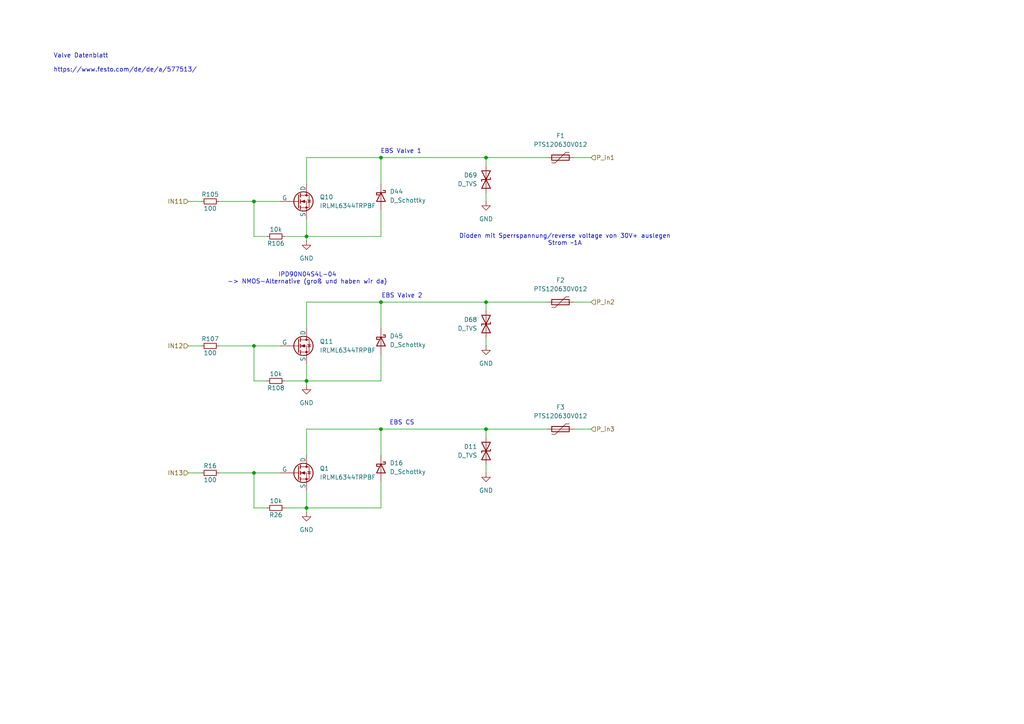
<source format=kicad_sch>
(kicad_sch (version 20231120) (generator "eeschema") (generator_version "8.0")
  (paper "A4")
  (title_block (title "PDU FT25") (date "2024-11-23") (rev "V1.1") (company "Janek Herm") (comment 1 "FaSTTUBe Electronics"))
  (lib_symbols
    (symbol "Device:D_Schottky" (pin_numbers hide) (pin_names (offset 1.016) hide)
      (property "Reference" "D" (at 0 2.54 0))
      (property "Value" "D_Schottky" (at 0 -2.54 0))
      (symbol "D_Schottky_0_1"
        (polyline (pts (xy 1.27 0) (xy -1.27 0)))
        (polyline (pts (xy 1.27 1.27) (xy 1.27 -1.27) (xy -1.27 0) (xy 1.27 1.27)) (stroke (width 0.254)))
        (polyline (pts (xy -1.905 0.635) (xy -1.905 1.27) (xy -1.27 1.27) (xy -1.27 -1.27) (xy -0.635 -1.27) (xy -0.635 -0.635)) (stroke (width 0.254)))
      )
      (symbol "D_Schottky_1_1"
        (pin passive line (at -3.81 0 0) (length 2.54) (name "K") (number "1"))
        (pin passive line (at 3.81 0 180) (length 2.54) (name "A") (number "2"))
      )
    )
    (symbol "Device:D_TVS" (pin_numbers hide) (pin_names (offset 1.016) hide)
      (property "Reference" "D" (at 0 2.54 0))
      (property "Value" "D_TVS" (at 0 -2.54 0))
      (symbol "D_TVS_0_1"
        (polyline (pts (xy 1.27 0) (xy -1.27 0)))
        (polyline (pts (xy 0.508 1.27) (xy 0 1.27) (xy 0 -1.27) (xy -0.508 -1.27)) (stroke (width 0.254)))
        (polyline (pts (xy -2.54 1.27) (xy -2.54 -1.27) (xy 2.54 1.27) (xy 2.54 -1.27) (xy -2.54 1.27)) (stroke (width 0.254)))
      )
      (symbol "D_TVS_1_1"
        (pin passive line (at -3.81 0 0) (length 2.54) (name "A1") (number "1"))
        (pin passive line (at 3.81 0 180) (length 2.54) (name "A2") (number "2"))
      )
    )
    (symbol "Device:Polyfuse" (pin_numbers hide) (pin_names (offset 0))
      (property "Reference" "F" (at -2.54 0 90))
      (property "Value" "Polyfuse" (at 2.54 0 90))
      (symbol "Polyfuse_0_1"
        (rectangle (start -0.762 2.54) (end 0.762 -2.54) (stroke (width 0.254)))
        (polyline (pts (xy 0 2.54) (xy 0 -2.54)))
        (polyline (pts (xy -1.524 2.54) (xy -1.524 1.524) (xy 1.524 -1.524) (xy 1.524 -2.54)))
      )
      (symbol "Polyfuse_1_1"
        (pin passive line (at 0 3.81 270) (length 1.27) (name "~") (number "1"))
        (pin passive line (at 0 -3.81 90) (length 1.27) (name "~") (number "2"))
      )
    )
    (symbol "Device:R_Small" (pin_numbers hide) (pin_names (offset 0.254) hide)
      (property "Reference" "R" (at 0.762 0.508 0))
      (property "Value" "R_Small" (at 0.762 -1.016 0))
      (symbol "R_Small_0_1"
        (rectangle (start -0.762 1.778) (end 0.762 -1.778) (stroke (width 0.2032)))
      )
      (symbol "R_Small_1_1"
        (pin passive line (at 0 2.54 270) (length 0.762) (name "~") (number "1"))
        (pin passive line (at 0 -2.54 90) (length 0.762) (name "~") (number "2"))
      )
    )
    (symbol "Simulation_SPICE:NMOS" (pin_numbers hide) (pin_names (offset 0))
      (property "Reference" "Q" (at 5.08 1.27 0))
      (property "Value" "NMOS" (at 5.08 -1.27 0))
      (symbol "NMOS_0_1"
        (polyline (pts (xy 0.254 0) (xy -2.54 0)))
        (polyline (pts (xy 0.254 1.905) (xy 0.254 -1.905)) (stroke (width 0.254)))
        (polyline (pts (xy 0.762 -1.27) (xy 0.762 -2.286)) (stroke (width 0.254)))
        (polyline (pts (xy 0.762 0.508) (xy 0.762 -0.508)) (stroke (width 0.254)))
        (polyline (pts (xy 0.762 2.286) (xy 0.762 1.27)) (stroke (width 0.254)))
        (polyline (pts (xy 2.54 2.54) (xy 2.54 1.778)))
        (polyline (pts (xy 2.54 -2.54) (xy 2.54 0) (xy 0.762 0)))
        (polyline (pts (xy 0.762 -1.778) (xy 3.302 -1.778) (xy 3.302 1.778) (xy 0.762 1.778)))
        (polyline (pts (xy 1.016 0) (xy 2.032 0.381) (xy 2.032 -0.381) (xy 1.016 0)) (fill (type outline)))
        (polyline (pts (xy 2.794 0.508) (xy 2.921 0.381) (xy 3.683 0.381) (xy 3.81 0.254)))
        (polyline (pts (xy 3.302 0.381) (xy 2.921 -0.254) (xy 3.683 -0.254) (xy 3.302 0.381)))
        (circle (center 1.651 0) (radius 2.794) (stroke (width 0.254)))
        (circle (center 2.54 -1.778) (radius 0.254) (fill (type outline)))
        (circle (center 2.54 1.778) (radius 0.254) (fill (type outline)))
      )
      (symbol "NMOS_1_1"
        (pin passive line (at 2.54 5.08 270) (length 2.54) (name "D") (number "1"))
        (pin input line (at -5.08 0 0) (length 2.54) (name "G") (number "2"))
        (pin passive line (at 2.54 -5.08 90) (length 2.54) (name "S") (number "3"))
      )
    )
    (symbol "power:GND" (power) (pin_numbers hide) (pin_names (offset 0) hide)
      (property "Value" "GND" (at 0 -3.81 0))
      (symbol "GND_0_1"
        (polyline (pts (xy 0 0) (xy 0 -1.27) (xy 1.27 -1.27) (xy 0 -2.54) (xy -1.27 -1.27) (xy 0 -1.27)))
      )
      (symbol "GND_1_1"
        (pin power_in line (at 0 0 270) (length 0) (name "~") (number "1"))
      )
    )
  )
  (junction (at 73.66 58.42))
  (junction (at 88.9 110.49))
  (junction (at 73.66 137.16))
  (junction (at 140.97 45.72))
  (junction (at 110.49 124.46))
  (junction (at 88.9 68.58))
  (junction (at 110.49 87.63))
  (junction (at 140.97 87.63))
  (junction (at 140.97 124.46))
  (junction (at 110.49 45.72))
  (junction (at 88.9 147.32))
  (junction (at 73.66 100.33))
  (wire (pts (xy 166.37 45.72) (xy 171.45 45.72)))
  (wire (pts (xy 88.9 45.72) (xy 110.49 45.72)))
  (wire (pts (xy 88.9 147.32) (xy 110.49 147.32)))
  (wire (pts (xy 110.49 102.87) (xy 110.49 110.49)))
  (wire (pts (xy 73.66 68.58) (xy 77.47 68.58)))
  (wire (pts (xy 140.97 58.42) (xy 140.97 55.88)))
  (wire (pts (xy 88.9 110.49) (xy 110.49 110.49)))
  (wire (pts (xy 140.97 87.63) (xy 158.75 87.63)))
  (wire (pts (xy 110.49 45.72) (xy 110.49 53.34)))
  (wire (pts (xy 140.97 45.72) (xy 140.97 48.26)))
  (wire (pts (xy 63.5 100.33) (xy 73.66 100.33)))
  (wire (pts (xy 88.9 63.5) (xy 88.9 68.58)))
  (wire (pts (xy 73.66 110.49) (xy 77.47 110.49)))
  (wire (pts (xy 88.9 45.72) (xy 88.9 53.34)))
  (wire (pts (xy 82.55 147.32) (xy 88.9 147.32)))
  (wire (pts (xy 54.61 100.33) (xy 58.42 100.33)))
  (wire (pts (xy 166.37 87.63) (xy 171.45 87.63)))
  (wire (pts (xy 88.9 110.49) (xy 88.9 111.76)))
  (wire (pts (xy 88.9 147.32) (xy 88.9 148.59)))
  (wire (pts (xy 140.97 100.33) (xy 140.97 97.79)))
  (wire (pts (xy 54.61 58.42) (xy 58.42 58.42)))
  (wire (pts (xy 73.66 147.32) (xy 77.47 147.32)))
  (wire (pts (xy 88.9 124.46) (xy 110.49 124.46)))
  (wire (pts (xy 140.97 45.72) (xy 158.75 45.72)))
  (wire (pts (xy 140.97 124.46) (xy 140.97 127)))
  (wire (pts (xy 110.49 60.96) (xy 110.49 68.58)))
  (wire (pts (xy 73.66 137.16) (xy 81.28 137.16)))
  (wire (pts (xy 110.49 124.46) (xy 110.49 132.08)))
  (wire (pts (xy 166.37 124.46) (xy 171.45 124.46)))
  (wire (pts (xy 110.49 87.63) (xy 140.97 87.63)))
  (wire (pts (xy 140.97 137.16) (xy 140.97 134.62)))
  (wire (pts (xy 140.97 124.46) (xy 158.75 124.46)))
  (wire (pts (xy 88.9 68.58) (xy 88.9 69.85)))
  (wire (pts (xy 140.97 87.63) (xy 140.97 90.17)))
  (wire (pts (xy 73.66 58.42) (xy 73.66 68.58)))
  (wire (pts (xy 73.66 100.33) (xy 81.28 100.33)))
  (wire (pts (xy 88.9 68.58) (xy 110.49 68.58)))
  (wire (pts (xy 110.49 87.63) (xy 110.49 95.25)))
  (wire (pts (xy 110.49 139.7) (xy 110.49 147.32)))
  (wire (pts (xy 88.9 87.63) (xy 110.49 87.63)))
  (wire (pts (xy 88.9 105.41) (xy 88.9 110.49)))
  (wire (pts (xy 63.5 137.16) (xy 73.66 137.16)))
  (wire (pts (xy 73.66 100.33) (xy 73.66 110.49)))
  (wire (pts (xy 88.9 87.63) (xy 88.9 95.25)))
  (wire (pts (xy 63.5 58.42) (xy 73.66 58.42)))
  (wire (pts (xy 82.55 68.58) (xy 88.9 68.58)))
  (wire (pts (xy 110.49 45.72) (xy 140.97 45.72)))
  (wire (pts (xy 82.55 110.49) (xy 88.9 110.49)))
  (wire (pts (xy 88.9 142.24) (xy 88.9 147.32)))
  (wire (pts (xy 73.66 137.16) (xy 73.66 147.32)))
  (wire (pts (xy 88.9 124.46) (xy 88.9 132.08)))
  (wire (pts (xy 73.66 58.42) (xy 81.28 58.42)))
  (wire (pts (xy 54.61 137.16) (xy 58.42 137.16)))
  (wire (pts (xy 110.49 124.46) (xy 140.97 124.46)))
  (text "EBS Valve 1" (at 116.332 43.942 0) (effects (font (size 1.27 1.27))))
  (text "EBS Valve 2" (at 116.586 85.852 0) (effects (font (size 1.27 1.27))))
  (text "EBS CS" (at 116.586 122.682 0) (effects (font (size 1.27 1.27))))
  (text "Valve Datenblatt\n\nhttps://www.festo.com/de/de/a/577513/" (at 15.494 18.288 0) (effects (font (size 1.27 1.27)) (justify left)))
  (text "IPD90N04S4L-04\n-> NMOS-Alternative (groß und haben wir da)" (at 89.154 80.772 0) (effects (font (size 1.27 1.27))))
  (text "Dioden mit Sperrspannung/reverse voltage von 30V+ auslegen\nStrom ~1A" (at 163.83 69.596 0) (effects (font (size 1.27 1.27))))
  (hierarchical_label "IN11" (shape input) (at 54.61 58.42 180) (effects (font (thickness 0.1588))))
  (hierarchical_label "P_in3" (shape input) (at 171.45 124.46 0))
  (hierarchical_label "IN13" (shape input) (at 54.61 137.16 180) (effects (font (thickness 0.1588))))
  (hierarchical_label "IN12" (shape input) (at 54.61 100.33 180) (effects (font (thickness 0.1588))))
  (hierarchical_label "P_in2" (shape input) (at 171.45 87.63 0))
  (hierarchical_label "P_in1" (shape input) (at 171.45 45.72 0))
  (symbol (lib_id "Device:R_Small") (at 80.01 147.32 90) (unit 1)
    (property "Reference" "R26" (at 80.01 149.352 90))
    (property "Value" "10k" (at 80.01 145.288 90))
    (property "Footprint" "Resistor_SMD:R_0603_1608Metric_Pad0.98x0.95mm_HandSolder" (effects (hide yes)))
    (property "Description" "Resistor, small symbol" (effects (hide yes)))
  )
  (symbol (lib_id "Device:D_TVS") (at 140.97 52.07 270) (mirror x) (unit 1)
    (property "Reference" "D69" (at 138.43 50.7999 90) (effects (justify right)))
    (property "Value" "D_TVS" (at 138.43 53.3399 90) (effects (justify right)))
    (property "Description" "Bidirectional transient-voltage-suppression diode" (effects (hide yes)))
  )
  (symbol (lib_id "power:GND") (at 140.97 58.42 0) (mirror y) (unit 1)
    (property "Reference" "#PWR045" (effects (hide yes)))
    (property "Value" "GND" (at 140.97 63.5 0))
    (property "Description" "Power symbol creates a global label with name \"GND\" , ground" (effects (hide yes)))
  )
  (symbol (lib_id "Device:D_Schottky") (at 110.49 135.89 270) (unit 1)
    (property "Reference" "D16" (at 113.03 134.3024 90) (effects (justify left)))
    (property "Value" "D_Schottky" (at 113.03 136.8424 90) (effects (justify left)))
    (property "Description" "Schottky diode" (effects (hide yes)))
  )
  (symbol (lib_id "power:GND") (at 140.97 100.33 0) (mirror y) (unit 1)
    (property "Reference" "#PWR043" (effects (hide yes)))
    (property "Value" "GND" (at 140.97 105.41 0))
    (property "Description" "Power symbol creates a global label with name \"GND\" , ground" (effects (hide yes)))
  )
  (symbol (lib_id "power:GND") (at 88.9 111.76 0) (unit 1)
    (property "Reference" "#PWR0147" (effects (hide yes)))
    (property "Value" "GND" (at 88.9 116.84 0))
    (property "Description" "Power symbol creates a global label with name \"GND\" , ground" (effects (hide yes)))
  )
  (symbol (lib_id "power:GND") (at 140.97 137.16 0) (mirror y) (unit 1)
    (property "Reference" "#PWR047" (effects (hide yes)))
    (property "Value" "GND" (at 140.97 142.24 0))
    (property "Description" "Power symbol creates a global label with name \"GND\" , ground" (effects (hide yes)))
  )
  (symbol (lib_id "Device:Polyfuse") (at 162.56 45.72 90) (unit 1)
    (property "Reference" "F1" (at 162.56 39.37 90))
    (property "Value" "PTS120630V012" (at 162.56 41.91 90))
    (property "Footprint" "Fuse:Fuse_1206_3216Metric_Pad1.42x1.75mm_HandSolder" (effects (hide yes)))
    (property "Datasheet" "https://www.mouser.de/datasheet/2/87/eaton_pts1206_6_60_volt_dc_surface_mount_resettabl-1608737.pdf" (effects (hide yes)))
    (property "Description" "Resettable fuse, polymeric positive temperature coefficient" (effects (hide yes)))
  )
  (symbol (lib_id "Device:Polyfuse") (at 162.56 87.63 90) (unit 1)
    (property "Reference" "F2" (at 162.56 81.28 90))
    (property "Value" "PTS120630V012" (at 162.56 83.82 90))
    (property "Footprint" "Fuse:Fuse_1206_3216Metric_Pad1.42x1.75mm_HandSolder" (effects (hide yes)))
    (property "Datasheet" "https://www.mouser.de/datasheet/2/87/eaton_pts1206_6_60_volt_dc_surface_mount_resettabl-1608737.pdf" (effects (hide yes)))
    (property "Description" "Resettable fuse, polymeric positive temperature coefficient" (effects (hide yes)))
  )
  (symbol (lib_id "Device:D_TVS") (at 140.97 93.98 270) (mirror x) (unit 1)
    (property "Reference" "D68" (at 138.43 92.7099 90) (effects (justify right)))
    (property "Value" "D_TVS" (at 138.43 95.2499 90) (effects (justify right)))
    (property "Description" "Bidirectional transient-voltage-suppression diode" (effects (hide yes)))
  )
  (symbol (lib_id "Device:R_Small") (at 80.01 110.49 90) (unit 1)
    (property "Reference" "R108" (at 80.01 112.522 90))
    (property "Value" "10k" (at 80.01 108.458 90))
    (property "Footprint" "Resistor_SMD:R_0603_1608Metric_Pad0.98x0.95mm_HandSolder" (effects (hide yes)))
    (property "Description" "Resistor, small symbol" (effects (hide yes)))
  )
  (symbol (lib_id "power:GND") (at 88.9 148.59 0) (unit 1)
    (property "Reference" "#PWR066" (effects (hide yes)))
    (property "Value" "GND" (at 88.9 153.67 0))
    (property "Description" "Power symbol creates a global label with name \"GND\" , ground" (effects (hide yes)))
  )
  (symbol (lib_id "Device:R_Small") (at 80.01 68.58 90) (unit 1)
    (property "Reference" "R106" (at 80.01 70.612 90))
    (property "Value" "10k" (at 80.01 66.548 90))
    (property "Footprint" "Resistor_SMD:R_0603_1608Metric_Pad0.98x0.95mm_HandSolder" (effects (hide yes)))
    (property "Description" "Resistor, small symbol" (effects (hide yes)))
  )
  (symbol (lib_id "Device:D_Schottky") (at 110.49 99.06 270) (unit 1)
    (property "Reference" "D45" (at 113.03 97.4724 90) (effects (justify left)))
    (property "Value" "D_Schottky" (at 113.03 100.0124 90) (effects (justify left)))
    (property "Description" "Schottky diode" (effects (hide yes)))
  )
  (symbol (lib_id "Simulation_SPICE:NMOS") (at 86.36 137.16 0) (unit 1)
    (property "Reference" "Q1" (at 92.71 135.8899 0) (effects (justify left)))
    (property "Value" "IRLML6344TRPBF" (at 92.71 138.4299 0) (effects (justify left)))
    (property "Footprint" "Package_TO_SOT_SMD:SOT-23-3" (effects (hide yes)))
    (property "Datasheet" "https://www.mouser.de/datasheet/2/196/Infineon_IRLML6344_DataSheet_v01_01_EN-3363406.pdf" (effects (hide yes)))
    (property "Description" "N-MOSFET transistor, drain/source/gate" (effects (hide yes)))
    (property "Sim.Device" "NMOS" (effects (hide yes)))
    (property "Sim.Type" "VDMOS" (effects (hide yes)))
    (property "Sim.Pins" "1=D 2=G 3=S" (effects (hide yes)))
  )
  (symbol (lib_id "Device:R_Small") (at 60.96 100.33 270) (unit 1)
    (property "Reference" "R107" (at 60.96 98.298 90))
    (property "Value" "100" (at 60.96 102.362 90))
    (property "Footprint" "Resistor_SMD:R_0603_1608Metric_Pad0.98x0.95mm_HandSolder" (effects (hide yes)))
    (property "Description" "Resistor, small symbol" (effects (hide yes)))
  )
  (symbol (lib_id "Device:D_TVS") (at 140.97 130.81 270) (mirror x) (unit 1)
    (property "Reference" "D11" (at 138.43 129.5399 90) (effects (justify right)))
    (property "Value" "D_TVS" (at 138.43 132.0799 90) (effects (justify right)))
    (property "Description" "Bidirectional transient-voltage-suppression diode" (effects (hide yes)))
  )
  (symbol (lib_id "Device:R_Small") (at 60.96 58.42 270) (unit 1)
    (property "Reference" "R105" (at 60.96 56.388 90))
    (property "Value" "100" (at 60.96 60.452 90))
    (property "Footprint" "Resistor_SMD:R_0603_1608Metric_Pad0.98x0.95mm_HandSolder" (effects (hide yes)))
    (property "Description" "Resistor, small symbol" (effects (hide yes)))
  )
  (symbol (lib_id "Device:R_Small") (at 60.96 137.16 270) (unit 1)
    (property "Reference" "R16" (at 60.96 135.128 90))
    (property "Value" "100" (at 60.96 139.192 90))
    (property "Footprint" "Resistor_SMD:R_0603_1608Metric_Pad0.98x0.95mm_HandSolder" (effects (hide yes)))
    (property "Description" "Resistor, small symbol" (effects (hide yes)))
  )
  (symbol (lib_id "Device:D_Schottky") (at 110.49 57.15 270) (unit 1)
    (property "Reference" "D44" (at 113.03 55.5624 90) (effects (justify left)))
    (property "Value" "D_Schottky" (at 113.03 58.1024 90) (effects (justify left)))
    (property "Description" "Schottky diode" (effects (hide yes)))
  )
  (symbol (lib_id "Simulation_SPICE:NMOS") (at 86.36 100.33 0) (unit 1)
    (property "Reference" "Q11" (at 92.71 99.0599 0) (effects (justify left)))
    (property "Value" "IRLML6344TRPBF" (at 92.71 101.5999 0) (effects (justify left)))
    (property "Footprint" "Package_TO_SOT_SMD:SOT-23-3" (effects (hide yes)))
    (property "Datasheet" "https://www.mouser.de/datasheet/2/196/Infineon_IRLML6344_DataSheet_v01_01_EN-3363406.pdf" (effects (hide yes)))
    (property "Description" "N-MOSFET transistor, drain/source/gate" (effects (hide yes)))
    (property "Sim.Device" "NMOS" (effects (hide yes)))
    (property "Sim.Type" "VDMOS" (effects (hide yes)))
    (property "Sim.Pins" "1=D 2=G 3=S" (effects (hide yes)))
  )
  (symbol (lib_id "Device:Polyfuse") (at 162.56 124.46 90) (unit 1)
    (property "Reference" "F3" (at 162.56 118.11 90))
    (property "Value" "PTS120630V012" (at 162.56 120.65 90))
    (property "Footprint" "Fuse:Fuse_1206_3216Metric_Pad1.42x1.75mm_HandSolder" (effects (hide yes)))
    (property "Datasheet" "https://www.mouser.de/datasheet/2/87/eaton_pts1206_6_60_volt_dc_surface_mount_resettabl-1608737.pdf" (effects (hide yes)))
    (property "Description" "Resettable fuse, polymeric positive temperature coefficient" (effects (hide yes)))
  )
  (symbol (lib_id "power:GND") (at 88.9 69.85 0) (unit 1)
    (property "Reference" "#PWR0146" (effects (hide yes)))
    (property "Value" "GND" (at 88.9 74.93 0))
    (property "Description" "Power symbol creates a global label with name \"GND\" , ground" (effects (hide yes)))
  )
  (symbol (lib_id "Simulation_SPICE:NMOS") (at 86.36 58.42 0) (unit 1)
    (property "Reference" "Q10" (at 92.71 57.1499 0) (effects (justify left)))
    (property "Value" "IRLML6344TRPBF" (at 92.71 59.6899 0) (effects (justify left)))
    (property "Footprint" "Package_TO_SOT_SMD:SOT-23-3" (effects (hide yes)))
    (property "Datasheet" "https://www.mouser.de/datasheet/2/196/Infineon_IRLML6344_DataSheet_v01_01_EN-3363406.pdf" (effects (hide yes)))
    (property "Description" "N-MOSFET transistor, drain/source/gate" (effects (hide yes)))
    (property "Sim.Device" "NMOS" (effects (hide yes)))
    (property "Sim.Type" "VDMOS" (effects (hide yes)))
    (property "Sim.Pins" "1=D 2=G 3=S" (effects (hide yes)))
  )
)
</source>
